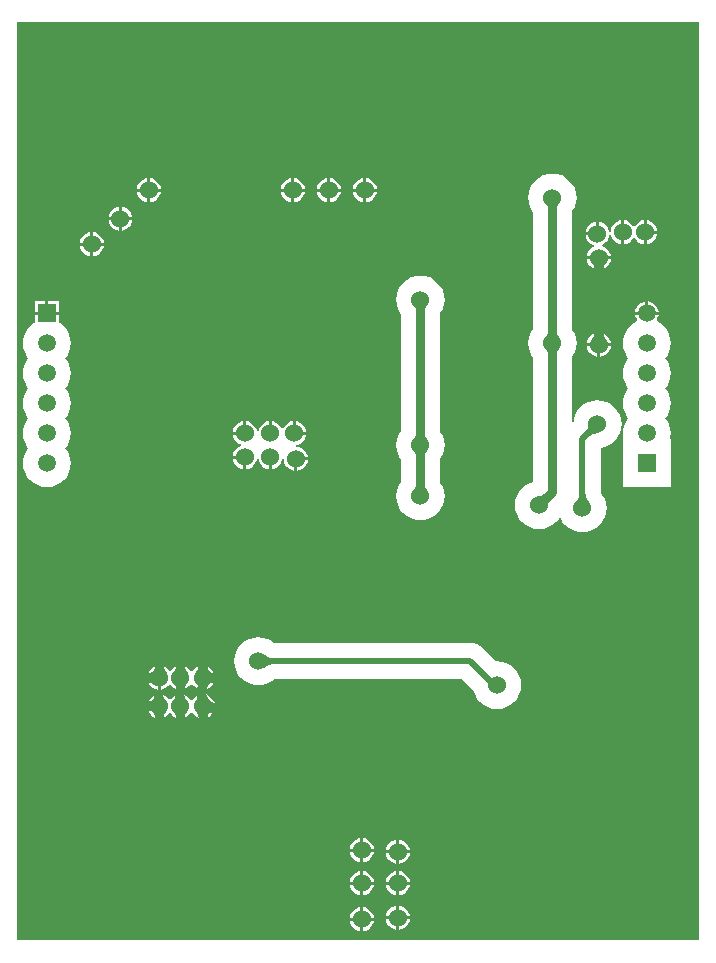
<source format=gbl>
%FSLAX25Y25*%
%MOIN*%
G70*
G01*
G75*
G04 Layer_Physical_Order=2*
G04 Layer_Color=16711680*
%ADD10C,0.03000*%
%ADD11C,0.02000*%
%ADD12C,0.01000*%
%ADD13C,0.01500*%
%ADD14C,0.01200*%
%ADD15O,0.02756X0.01181*%
%ADD16R,0.02756X0.01181*%
%ADD17O,0.04724X0.01221*%
%ADD18R,0.04724X0.01221*%
%ADD19R,0.06693X0.13000*%
G04:AMPARAMS|DCode=20|XSize=66.93mil|YSize=130mil|CornerRadius=0mil|HoleSize=0mil|Usage=FLASHONLY|Rotation=180.000|XOffset=0mil|YOffset=0mil|HoleType=Round|Shape=Octagon|*
%AMOCTAGOND20*
4,1,8,0.01673,-0.06500,-0.01673,-0.06500,-0.03347,-0.04827,-0.03347,0.04827,-0.01673,0.06500,0.01673,0.06500,0.03347,0.04827,0.03347,-0.04827,0.01673,-0.06500,0.0*
%
%ADD20OCTAGOND20*%

G04:AMPARAMS|DCode=21|XSize=78.74mil|YSize=98.43mil|CornerRadius=0mil|HoleSize=0mil|Usage=FLASHONLY|Rotation=180.000|XOffset=0mil|YOffset=0mil|HoleType=Round|Shape=Octagon|*
%AMOCTAGOND21*
4,1,8,0.01969,-0.04921,-0.01969,-0.04921,-0.03937,-0.02953,-0.03937,0.02953,-0.01969,0.04921,0.01969,0.04921,0.03937,0.02953,0.03937,-0.02953,0.01969,-0.04921,0.0*
%
%ADD21OCTAGOND21*%

%ADD22R,0.07874X0.09843*%
%ADD23R,0.04331X0.05512*%
%ADD24R,0.10906X0.16732*%
%ADD25R,0.05906X0.05512*%
%ADD26R,0.06000X0.06000*%
%ADD27R,0.05500X0.03000*%
%ADD28O,0.05500X0.03000*%
%ADD29R,0.05512X0.05906*%
%ADD30R,0.04331X0.06693*%
%ADD31R,0.05512X0.02559*%
G04:AMPARAMS|DCode=32|XSize=55.12mil|YSize=25.59mil|CornerRadius=0mil|HoleSize=0mil|Usage=FLASHONLY|Rotation=180.000|XOffset=0mil|YOffset=0mil|HoleType=Round|Shape=Octagon|*
%AMOCTAGOND32*
4,1,8,-0.02756,0.00640,-0.02756,-0.00640,-0.02116,-0.01280,0.02116,-0.01280,0.02756,-0.00640,0.02756,0.00640,0.02116,0.01280,-0.02116,0.01280,-0.02756,0.00640,0.0*
%
%ADD32OCTAGOND32*%

%ADD33R,0.08661X0.12795*%
%ADD34O,0.08661X0.03937*%
%ADD35R,0.08661X0.03937*%
%ADD36R,0.16732X0.10906*%
%ADD37R,0.04331X0.10236*%
%ADD38R,0.05512X0.04331*%
%ADD39R,0.28740X0.10433*%
%ADD40R,0.06496X0.01969*%
%ADD41O,0.06496X0.01969*%
%ADD42C,0.02500*%
%ADD43C,0.05906*%
%ADD44R,0.05906X0.05906*%
%ADD45C,0.06000*%
G36*
X352452Y64547D02*
X125048D01*
Y370452D01*
X352452D01*
Y64547D01*
D02*
G37*
%LPC*%
G36*
X172000Y146469D02*
X171456Y146397D01*
X170483Y145994D01*
X169647Y145353D01*
X169006Y144517D01*
X168603Y143544D01*
X168531Y143000D01*
X172000D01*
Y146469D01*
D02*
G37*
G36*
X205500Y165539D02*
X203932Y165384D01*
X202424Y164927D01*
X201034Y164184D01*
X199816Y163184D01*
X198816Y161966D01*
X198073Y160576D01*
X197616Y159068D01*
X197461Y157500D01*
X197616Y155932D01*
X198073Y154424D01*
X198816Y153034D01*
X199816Y151816D01*
X201034Y150816D01*
X202424Y150073D01*
X203932Y149616D01*
X205500Y149461D01*
X207068Y149616D01*
X208576Y150073D01*
X209966Y150816D01*
X210764Y151471D01*
X273503D01*
X277148Y147826D01*
X277573Y146424D01*
X278316Y145034D01*
X279316Y143816D01*
X280534Y142816D01*
X281924Y142073D01*
X283432Y141616D01*
X285000Y141461D01*
X286568Y141616D01*
X288076Y142073D01*
X289466Y142816D01*
X290684Y143816D01*
X291684Y145034D01*
X292427Y146424D01*
X292884Y147932D01*
X293039Y149500D01*
X292884Y151068D01*
X292427Y152576D01*
X291684Y153966D01*
X290684Y155184D01*
X289466Y156184D01*
X288076Y156927D01*
X286568Y157384D01*
X285000Y157539D01*
X284534Y157493D01*
X280263Y161763D01*
X279349Y162513D01*
X278307Y163070D01*
X277176Y163413D01*
X276000Y163529D01*
X210764D01*
X209966Y164184D01*
X208576Y164927D01*
X207068Y165384D01*
X205500Y165539D01*
D02*
G37*
G36*
X187500Y146469D02*
Y143000D01*
X190969D01*
X190897Y143544D01*
X190494Y144517D01*
X189853Y145353D01*
X189017Y145994D01*
X188044Y146397D01*
X187500Y146469D01*
D02*
G37*
G36*
X179000D02*
X178456Y146397D01*
X177483Y145994D01*
X176647Y145353D01*
X176250Y144835D01*
X175750D01*
X175353Y145353D01*
X174517Y145994D01*
X173544Y146397D01*
X173000Y146469D01*
Y142500D01*
Y138531D01*
X173544Y138603D01*
X174517Y139006D01*
X175353Y139647D01*
X175750Y140165D01*
X176250D01*
X176647Y139647D01*
X177483Y139006D01*
X178456Y138603D01*
X179000Y138531D01*
Y142500D01*
Y146469D01*
D02*
G37*
G36*
X186500D02*
X185956Y146397D01*
X184983Y145994D01*
X184147Y145353D01*
X183506Y144517D01*
X183500Y144503D01*
X183000D01*
X182994Y144517D01*
X182353Y145353D01*
X181517Y145994D01*
X180544Y146397D01*
X180000Y146469D01*
Y142500D01*
Y138531D01*
X180544Y138603D01*
X181517Y139006D01*
X182353Y139647D01*
X182994Y140483D01*
X183000Y140497D01*
X183500D01*
X183506Y140483D01*
X184147Y139647D01*
X184983Y139006D01*
X185956Y138603D01*
X186500Y138531D01*
Y142500D01*
Y146469D01*
D02*
G37*
G36*
X239500Y98469D02*
X238956Y98397D01*
X237983Y97994D01*
X237147Y97353D01*
X236506Y96517D01*
X236103Y95544D01*
X236031Y95000D01*
X239500D01*
Y98469D01*
D02*
G37*
G36*
X252500Y97969D02*
Y94500D01*
X255969D01*
X255897Y95044D01*
X255494Y96017D01*
X254853Y96853D01*
X254017Y97494D01*
X253044Y97897D01*
X252500Y97969D01*
D02*
G37*
G36*
X240500Y98469D02*
Y95000D01*
X243969D01*
X243897Y95544D01*
X243494Y96517D01*
X242853Y97353D01*
X242017Y97994D01*
X241044Y98397D01*
X240500Y98469D01*
D02*
G37*
G36*
X190969Y142000D02*
X187500D01*
Y138531D01*
X188044Y138603D01*
X189017Y139006D01*
X189853Y139647D01*
X190494Y140483D01*
X190897Y141456D01*
X190969Y142000D01*
D02*
G37*
G36*
X172000D02*
X168531D01*
X168603Y141456D01*
X169006Y140483D01*
X169647Y139647D01*
X170483Y139006D01*
X171456Y138603D01*
X172000Y138531D01*
Y142000D01*
D02*
G37*
G36*
Y151500D02*
X168531D01*
X168603Y150956D01*
X169006Y149983D01*
X169647Y149147D01*
X170483Y148506D01*
X171456Y148103D01*
X172000Y148031D01*
Y151500D01*
D02*
G37*
G36*
X259500Y286039D02*
X257932Y285884D01*
X256424Y285427D01*
X255034Y284684D01*
X253816Y283684D01*
X252816Y282466D01*
X252073Y281076D01*
X251616Y279568D01*
X251461Y278000D01*
X251616Y276432D01*
X252073Y274924D01*
X252816Y273534D01*
X252969Y273348D01*
Y234152D01*
X252816Y233966D01*
X252073Y232576D01*
X251616Y231068D01*
X251461Y229500D01*
X251616Y227932D01*
X252073Y226424D01*
X252816Y225034D01*
X252969Y224848D01*
Y217152D01*
X252816Y216966D01*
X252073Y215576D01*
X251616Y214068D01*
X251461Y212500D01*
X251616Y210932D01*
X252073Y209424D01*
X252816Y208034D01*
X253816Y206816D01*
X255034Y205816D01*
X256424Y205073D01*
X257932Y204616D01*
X259500Y204461D01*
X261068Y204616D01*
X262576Y205073D01*
X263966Y205816D01*
X265184Y206816D01*
X266184Y208034D01*
X266927Y209424D01*
X267253Y210500D01*
X267384Y210932D01*
X267539Y212500D01*
X267384Y214068D01*
X266927Y215576D01*
X266184Y216966D01*
X266031Y217152D01*
Y224848D01*
X266184Y225034D01*
X266927Y226424D01*
X267384Y227932D01*
X267539Y229500D01*
X267384Y231068D01*
X266927Y232576D01*
X266184Y233966D01*
X266031Y234152D01*
Y273348D01*
X266184Y273534D01*
X266927Y274924D01*
X267384Y276432D01*
X267539Y278000D01*
X267384Y279568D01*
X266927Y281076D01*
X266184Y282466D01*
X265184Y283684D01*
X263966Y284684D01*
X262576Y285427D01*
X261068Y285884D01*
X259500Y286039D01*
D02*
G37*
G36*
X303500Y320039D02*
X301932Y319884D01*
X300424Y319427D01*
X299034Y318684D01*
X297816Y317684D01*
X296816Y316466D01*
X296073Y315076D01*
X295616Y313568D01*
X295461Y312000D01*
X295616Y310432D01*
X296073Y308924D01*
X296816Y307534D01*
X296969Y307348D01*
Y268152D01*
X296816Y267966D01*
X296073Y266576D01*
X295616Y265068D01*
X295461Y263500D01*
X295616Y261932D01*
X296073Y260424D01*
X296816Y259034D01*
X296969Y258848D01*
Y217244D01*
X295924Y216927D01*
X294534Y216184D01*
X293316Y215184D01*
X292316Y213966D01*
X291573Y212576D01*
X291116Y211068D01*
X290961Y209500D01*
X291116Y207932D01*
X291573Y206424D01*
X292316Y205034D01*
X293316Y203816D01*
X294534Y202816D01*
X295924Y202073D01*
X297432Y201616D01*
X299000Y201461D01*
X300568Y201616D01*
X302076Y202073D01*
X303466Y202816D01*
X304684Y203816D01*
X305684Y205034D01*
X305733Y205125D01*
X306233D01*
D01*
D01*
X306816Y204034D01*
X307816Y202816D01*
X309034Y201816D01*
X310424Y201073D01*
X311932Y200616D01*
X313500Y200461D01*
X315068Y200616D01*
X316576Y201073D01*
X317966Y201816D01*
X319184Y202816D01*
X320184Y204034D01*
X320927Y205424D01*
X321384Y206932D01*
X321539Y208500D01*
X321384Y210068D01*
X320927Y211576D01*
X320184Y212966D01*
X319529Y213764D01*
Y228563D01*
X320068Y228616D01*
X321576Y229073D01*
X322966Y229816D01*
X324184Y230816D01*
X325184Y232034D01*
X325927Y233424D01*
X326384Y234932D01*
X326539Y236500D01*
X326384Y238068D01*
X325927Y239576D01*
X325184Y240966D01*
X324184Y242184D01*
X322966Y243184D01*
X321576Y243927D01*
X320068Y244384D01*
X318500Y244539D01*
X316932Y244384D01*
X315424Y243927D01*
X314034Y243184D01*
X312816Y242184D01*
X311816Y240966D01*
X311073Y239576D01*
X310616Y238068D01*
X310531Y237206D01*
X310031Y237231D01*
Y258848D01*
X310184Y259034D01*
X310927Y260424D01*
X311384Y261932D01*
X311539Y263500D01*
X311384Y265068D01*
X310927Y266576D01*
X310184Y267966D01*
X310031Y268152D01*
Y307348D01*
X310184Y307534D01*
X310927Y308924D01*
X311384Y310432D01*
X311539Y312000D01*
X311384Y313568D01*
X310927Y315076D01*
X310184Y316466D01*
X309184Y317684D01*
X307966Y318684D01*
X306576Y319427D01*
X305068Y319884D01*
X303500Y320039D01*
D02*
G37*
G36*
X138953Y273000D02*
X131047D01*
Y270405D01*
X130560Y270145D01*
X129349Y269151D01*
X128356Y267940D01*
X127617Y266558D01*
X127162Y265059D01*
X127009Y263500D01*
X127162Y261941D01*
X127617Y260442D01*
X128356Y259060D01*
X128815Y258500D01*
X128356Y257940D01*
X127617Y256558D01*
X127162Y255059D01*
X127009Y253500D01*
X127162Y251941D01*
X127617Y250442D01*
X128356Y249060D01*
X128815Y248500D01*
X128356Y247940D01*
X127617Y246558D01*
X127162Y245059D01*
X127009Y243500D01*
X127162Y241941D01*
X127617Y240442D01*
X128356Y239060D01*
X128815Y238500D01*
X128356Y237940D01*
X127617Y236558D01*
X127162Y235059D01*
X127009Y233500D01*
X127162Y231941D01*
X127617Y230442D01*
X128356Y229060D01*
X128815Y228500D01*
X128356Y227940D01*
X127617Y226558D01*
X127162Y225059D01*
X127009Y223500D01*
X127162Y221941D01*
X127617Y220442D01*
X128356Y219060D01*
X129349Y217849D01*
X130560Y216856D01*
X131942Y216117D01*
X133441Y215662D01*
X135000Y215509D01*
X136559Y215662D01*
X138058Y216117D01*
X139440Y216856D01*
X140651Y217849D01*
X141645Y219060D01*
X142383Y220442D01*
X142838Y221941D01*
X142991Y223500D01*
X142838Y225059D01*
X142383Y226558D01*
X141645Y227940D01*
X141185Y228500D01*
X141645Y229060D01*
X142383Y230442D01*
X142838Y231941D01*
X142991Y233500D01*
X142838Y235059D01*
X142383Y236558D01*
X141645Y237940D01*
X141185Y238500D01*
X141645Y239060D01*
X142383Y240442D01*
X142838Y241941D01*
X142991Y243500D01*
X142838Y245059D01*
X142383Y246558D01*
X141645Y247940D01*
X141185Y248500D01*
X141645Y249060D01*
X142383Y250442D01*
X142838Y251941D01*
X142991Y253500D01*
X142838Y255059D01*
X142383Y256558D01*
X141645Y257940D01*
X141185Y258500D01*
X141645Y259060D01*
X142383Y260442D01*
X142838Y261941D01*
X142991Y263500D01*
X142838Y265059D01*
X142383Y266558D01*
X141645Y267940D01*
X140651Y269151D01*
X139440Y270145D01*
X138953Y270405D01*
Y273000D01*
D02*
G37*
G36*
X221969Y224500D02*
X218500D01*
Y221031D01*
X219044Y221103D01*
X220017Y221506D01*
X220853Y222147D01*
X221494Y222983D01*
X221897Y223956D01*
X221969Y224500D01*
D02*
G37*
G36*
X338921Y273000D02*
X331079D01*
X331149Y272468D01*
X331547Y271507D01*
X331766Y271221D01*
X331661Y270733D01*
X330560Y270145D01*
X329349Y269151D01*
X328356Y267940D01*
X327617Y266558D01*
X327162Y265059D01*
X327009Y263500D01*
X327162Y261941D01*
X327617Y260442D01*
X328356Y259060D01*
X328815Y258500D01*
X328356Y257940D01*
X327617Y256558D01*
X327162Y255059D01*
X327009Y253500D01*
X327162Y251941D01*
X327617Y250442D01*
X328356Y249060D01*
X328815Y248500D01*
X328356Y247940D01*
X327617Y246558D01*
X327162Y245059D01*
X327009Y243500D01*
X327162Y241941D01*
X327617Y240442D01*
X328356Y239060D01*
X328815Y238500D01*
X328356Y237940D01*
X327617Y236558D01*
X327162Y235059D01*
X327009Y233500D01*
X327162Y231941D01*
X327234Y231705D01*
X327047Y231453D01*
X327047D01*
Y215547D01*
X342953D01*
Y231453D01*
X342953D01*
X342766Y231705D01*
X342838Y231941D01*
X342991Y233500D01*
X342838Y235059D01*
X342383Y236558D01*
X341645Y237940D01*
X341185Y238500D01*
X341645Y239060D01*
X342383Y240442D01*
X342838Y241941D01*
X342991Y243500D01*
X342838Y245059D01*
X342383Y246558D01*
X341645Y247940D01*
X341185Y248500D01*
X341645Y249060D01*
X342383Y250442D01*
X342838Y251941D01*
X342991Y253500D01*
X342838Y255059D01*
X342383Y256558D01*
X341645Y257940D01*
X341185Y258500D01*
X341645Y259060D01*
X342383Y260442D01*
X342838Y261941D01*
X342991Y263500D01*
X342838Y265059D01*
X342383Y266558D01*
X341645Y267940D01*
X340651Y269151D01*
X339440Y270145D01*
X338339Y270733D01*
X338234Y271221D01*
X338453Y271507D01*
X338851Y272468D01*
X338921Y273000D01*
D02*
G37*
G36*
X172000Y155969D02*
X171456Y155897D01*
X170483Y155494D01*
X169647Y154853D01*
X169006Y154017D01*
X168603Y153044D01*
X168531Y152500D01*
X172000D01*
Y155969D01*
D02*
G37*
G36*
X190969Y151500D02*
X187500D01*
Y148031D01*
X188044Y148103D01*
X189017Y148506D01*
X189853Y149147D01*
X190494Y149983D01*
X190897Y150956D01*
X190969Y151500D01*
D02*
G37*
G36*
X187500Y155969D02*
Y152500D01*
X190969D01*
X190897Y153044D01*
X190494Y154017D01*
X189853Y154853D01*
X189017Y155494D01*
X188044Y155897D01*
X187500Y155969D01*
D02*
G37*
G36*
X179000D02*
X178456Y155897D01*
X177483Y155494D01*
X176647Y154853D01*
X176250Y154335D01*
X175750D01*
X175353Y154853D01*
X174517Y155494D01*
X173544Y155897D01*
X173000Y155969D01*
Y152000D01*
Y148031D01*
X173544Y148103D01*
X174517Y148506D01*
X175353Y149147D01*
X175750Y149665D01*
X176250D01*
X176647Y149147D01*
X177483Y148506D01*
X178456Y148103D01*
X179000Y148031D01*
Y152000D01*
Y155969D01*
D02*
G37*
G36*
X186500D02*
X185956Y155897D01*
X184983Y155494D01*
X184147Y154853D01*
X183506Y154017D01*
X183500Y154003D01*
X183000D01*
X182994Y154017D01*
X182353Y154853D01*
X181517Y155494D01*
X180544Y155897D01*
X180000Y155969D01*
Y152000D01*
Y148031D01*
X180544Y148103D01*
X181517Y148506D01*
X182353Y149147D01*
X182994Y149983D01*
X183000Y149997D01*
X183500D01*
X183506Y149983D01*
X184147Y149147D01*
X184983Y148506D01*
X185956Y148103D01*
X186500Y148031D01*
Y152000D01*
Y155969D01*
D02*
G37*
G36*
X251500Y75969D02*
X250956Y75897D01*
X249983Y75494D01*
X249147Y74853D01*
X248506Y74017D01*
X248103Y73044D01*
X248031Y72500D01*
X251500D01*
Y75969D01*
D02*
G37*
G36*
X240500Y75469D02*
Y72000D01*
X243969D01*
X243897Y72544D01*
X243494Y73517D01*
X242853Y74353D01*
X242017Y74994D01*
X241044Y75397D01*
X240500Y75469D01*
D02*
G37*
G36*
X252500Y75969D02*
Y72500D01*
X255969D01*
X255897Y73044D01*
X255494Y74017D01*
X254853Y74853D01*
X254017Y75494D01*
X253044Y75897D01*
X252500Y75969D01*
D02*
G37*
G36*
X243969Y83000D02*
X240500D01*
Y79531D01*
X241044Y79603D01*
X242017Y80006D01*
X242853Y80647D01*
X243494Y81483D01*
X243897Y82456D01*
X243969Y83000D01*
D02*
G37*
G36*
X239500D02*
X236031D01*
X236103Y82456D01*
X236506Y81483D01*
X237147Y80647D01*
X237983Y80006D01*
X238956Y79603D01*
X239500Y79531D01*
Y83000D01*
D02*
G37*
G36*
X243969Y71000D02*
X240500D01*
Y67531D01*
X241044Y67603D01*
X242017Y68006D01*
X242853Y68647D01*
X243494Y69483D01*
X243897Y70456D01*
X243969Y71000D01*
D02*
G37*
G36*
X239500D02*
X236031D01*
X236103Y70456D01*
X236506Y69483D01*
X237147Y68647D01*
X237983Y68006D01*
X238956Y67603D01*
X239500Y67531D01*
Y71000D01*
D02*
G37*
G36*
X251500Y71500D02*
X248031D01*
X248103Y70956D01*
X248506Y69983D01*
X249147Y69147D01*
X249983Y68506D01*
X250956Y68103D01*
X251500Y68031D01*
Y71500D01*
D02*
G37*
G36*
X239500Y75469D02*
X238956Y75397D01*
X237983Y74994D01*
X237147Y74353D01*
X236506Y73517D01*
X236103Y72544D01*
X236031Y72000D01*
X239500D01*
Y75469D01*
D02*
G37*
G36*
X255969Y71500D02*
X252500D01*
Y68031D01*
X253044Y68103D01*
X254017Y68506D01*
X254853Y69147D01*
X255494Y69983D01*
X255897Y70956D01*
X255969Y71500D01*
D02*
G37*
G36*
X251500Y83000D02*
X248031D01*
X248103Y82456D01*
X248506Y81483D01*
X249147Y80647D01*
X249983Y80006D01*
X250956Y79603D01*
X251500Y79531D01*
Y83000D01*
D02*
G37*
G36*
X255969Y93500D02*
X252500D01*
Y90031D01*
X253044Y90103D01*
X254017Y90506D01*
X254853Y91147D01*
X255494Y91983D01*
X255897Y92956D01*
X255969Y93500D01*
D02*
G37*
G36*
X251500D02*
X248031D01*
X248103Y92956D01*
X248506Y91983D01*
X249147Y91147D01*
X249983Y90506D01*
X250956Y90103D01*
X251500Y90031D01*
Y93500D01*
D02*
G37*
G36*
X239500Y94000D02*
X236031D01*
X236103Y93456D01*
X236506Y92483D01*
X237147Y91647D01*
X237983Y91006D01*
X238956Y90603D01*
X239500Y90531D01*
Y94000D01*
D02*
G37*
G36*
X251500Y97969D02*
X250956Y97897D01*
X249983Y97494D01*
X249147Y96853D01*
X248506Y96017D01*
X248103Y95044D01*
X248031Y94500D01*
X251500D01*
Y97969D01*
D02*
G37*
G36*
X243969Y94000D02*
X240500D01*
Y90531D01*
X241044Y90603D01*
X242017Y91006D01*
X242853Y91647D01*
X243494Y92483D01*
X243897Y93456D01*
X243969Y94000D01*
D02*
G37*
G36*
X239500Y87469D02*
X238956Y87397D01*
X237983Y86994D01*
X237147Y86353D01*
X236506Y85517D01*
X236103Y84544D01*
X236031Y84000D01*
X239500D01*
Y87469D01*
D02*
G37*
G36*
X255969Y83000D02*
X252500D01*
Y79531D01*
X253044Y79603D01*
X254017Y80006D01*
X254853Y80647D01*
X255494Y81483D01*
X255897Y82456D01*
X255969Y83000D01*
D02*
G37*
G36*
X240500Y87469D02*
Y84000D01*
X243969D01*
X243897Y84544D01*
X243494Y85517D01*
X242853Y86353D01*
X242017Y86994D01*
X241044Y87397D01*
X240500Y87469D01*
D02*
G37*
G36*
X252500D02*
Y84000D01*
X255969D01*
X255897Y84544D01*
X255494Y85517D01*
X254853Y86353D01*
X254017Y86994D01*
X253044Y87397D01*
X252500Y87469D01*
D02*
G37*
G36*
X251500D02*
X250956Y87397D01*
X249983Y86994D01*
X249147Y86353D01*
X248506Y85517D01*
X248103Y84544D01*
X248031Y84000D01*
X251500D01*
Y87469D01*
D02*
G37*
G36*
X172969Y314000D02*
X169500D01*
Y310531D01*
X170044Y310603D01*
X171017Y311006D01*
X171853Y311647D01*
X172494Y312483D01*
X172897Y313456D01*
X172969Y314000D01*
D02*
G37*
G36*
X168500D02*
X165031D01*
X165103Y313456D01*
X165506Y312483D01*
X166147Y311647D01*
X166983Y311006D01*
X167956Y310603D01*
X168500Y310531D01*
Y314000D01*
D02*
G37*
G36*
X216500D02*
X213031D01*
X213103Y313456D01*
X213506Y312483D01*
X214147Y311647D01*
X214983Y311006D01*
X215956Y310603D01*
X216500Y310531D01*
Y314000D01*
D02*
G37*
G36*
X228500D02*
X225031D01*
X225103Y313456D01*
X225506Y312483D01*
X226147Y311647D01*
X226983Y311006D01*
X227956Y310603D01*
X228500Y310531D01*
Y314000D01*
D02*
G37*
G36*
X220969D02*
X217500D01*
Y310531D01*
X218044Y310603D01*
X219017Y311006D01*
X219853Y311647D01*
X220494Y312483D01*
X220897Y313456D01*
X220969Y314000D01*
D02*
G37*
G36*
X163469Y304500D02*
X160000D01*
Y301031D01*
X160544Y301103D01*
X161517Y301506D01*
X162353Y302147D01*
X162994Y302983D01*
X163397Y303956D01*
X163469Y304500D01*
D02*
G37*
G36*
X159000D02*
X155531D01*
X155603Y303956D01*
X156006Y302983D01*
X156647Y302147D01*
X157483Y301506D01*
X158456Y301103D01*
X159000Y301031D01*
Y304500D01*
D02*
G37*
G36*
X334000Y304469D02*
X333456Y304397D01*
X332483Y303994D01*
X331647Y303353D01*
X331006Y302517D01*
X331000Y302503D01*
X330500D01*
X330494Y302517D01*
X329853Y303353D01*
X329017Y303994D01*
X328044Y304397D01*
X327500Y304469D01*
Y300500D01*
Y296531D01*
X328044Y296603D01*
X329017Y297006D01*
X329853Y297647D01*
X330494Y298483D01*
X330500Y298497D01*
X331000D01*
X331006Y298483D01*
X331647Y297647D01*
X332483Y297006D01*
X333456Y296603D01*
X334000Y296531D01*
Y300500D01*
Y304469D01*
D02*
G37*
G36*
X160000Y308969D02*
Y305500D01*
X163469D01*
X163397Y306044D01*
X162994Y307017D01*
X162353Y307853D01*
X161517Y308494D01*
X160544Y308897D01*
X160000Y308969D01*
D02*
G37*
G36*
X159000D02*
X158456Y308897D01*
X157483Y308494D01*
X156647Y307853D01*
X156006Y307017D01*
X155603Y306044D01*
X155531Y305500D01*
X159000D01*
Y308969D01*
D02*
G37*
G36*
X232969Y314000D02*
X229500D01*
Y310531D01*
X230044Y310603D01*
X231017Y311006D01*
X231853Y311647D01*
X232494Y312483D01*
X232897Y313456D01*
X232969Y314000D01*
D02*
G37*
G36*
X228500Y318469D02*
X227956Y318397D01*
X226983Y317994D01*
X226147Y317353D01*
X225506Y316517D01*
X225103Y315544D01*
X225031Y315000D01*
X228500D01*
Y318469D01*
D02*
G37*
G36*
X217500D02*
Y315000D01*
X220969D01*
X220897Y315544D01*
X220494Y316517D01*
X219853Y317353D01*
X219017Y317994D01*
X218044Y318397D01*
X217500Y318469D01*
D02*
G37*
G36*
X229500D02*
Y315000D01*
X232969D01*
X232897Y315544D01*
X232494Y316517D01*
X231853Y317353D01*
X231017Y317994D01*
X230044Y318397D01*
X229500Y318469D01*
D02*
G37*
G36*
X241500D02*
Y315000D01*
X244969D01*
X244897Y315544D01*
X244494Y316517D01*
X243853Y317353D01*
X243017Y317994D01*
X242044Y318397D01*
X241500Y318469D01*
D02*
G37*
G36*
X240500D02*
X239956Y318397D01*
X238983Y317994D01*
X238147Y317353D01*
X237506Y316517D01*
X237103Y315544D01*
X237031Y315000D01*
X240500D01*
Y318469D01*
D02*
G37*
G36*
X244969Y314000D02*
X241500D01*
Y310531D01*
X242044Y310603D01*
X243017Y311006D01*
X243853Y311647D01*
X244494Y312483D01*
X244897Y313456D01*
X244969Y314000D01*
D02*
G37*
G36*
X240500D02*
X237031D01*
X237103Y313456D01*
X237506Y312483D01*
X238147Y311647D01*
X238983Y311006D01*
X239956Y310603D01*
X240500Y310531D01*
Y314000D01*
D02*
G37*
G36*
X168500Y318469D02*
X167956Y318397D01*
X166983Y317994D01*
X166147Y317353D01*
X165506Y316517D01*
X165103Y315544D01*
X165031Y315000D01*
X168500D01*
Y318469D01*
D02*
G37*
G36*
X216500D02*
X215956Y318397D01*
X214983Y317994D01*
X214147Y317353D01*
X213506Y316517D01*
X213103Y315544D01*
X213031Y315000D01*
X216500D01*
Y318469D01*
D02*
G37*
G36*
X169500D02*
Y315000D01*
X172969D01*
X172897Y315544D01*
X172494Y316517D01*
X171853Y317353D01*
X171017Y317994D01*
X170044Y318397D01*
X169500Y318469D01*
D02*
G37*
G36*
X335000Y304469D02*
Y301000D01*
X338469D01*
X338397Y301544D01*
X337994Y302517D01*
X337353Y303353D01*
X336517Y303994D01*
X335544Y304397D01*
X335000Y304469D01*
D02*
G37*
G36*
X318500Y266969D02*
X317956Y266897D01*
X316983Y266494D01*
X316147Y265853D01*
X315506Y265017D01*
X315103Y264044D01*
X315031Y263500D01*
X318500D01*
Y266969D01*
D02*
G37*
G36*
X322969Y262500D02*
X319500D01*
Y259031D01*
X320044Y259103D01*
X321017Y259506D01*
X321853Y260147D01*
X322494Y260983D01*
X322897Y261956D01*
X322969Y262500D01*
D02*
G37*
G36*
X319500Y266969D02*
Y263500D01*
X322969D01*
X322897Y264044D01*
X322494Y265017D01*
X321853Y265853D01*
X321017Y266494D01*
X320044Y266897D01*
X319500Y266969D01*
D02*
G37*
G36*
X138953Y277453D02*
X135500D01*
Y274000D01*
X138953D01*
Y277453D01*
D02*
G37*
G36*
X134500D02*
X131047D01*
Y274000D01*
X134500D01*
Y277453D01*
D02*
G37*
G36*
X200500Y237469D02*
X199956Y237397D01*
X198983Y236994D01*
X198147Y236353D01*
X197506Y235517D01*
X197103Y234544D01*
X197031Y234000D01*
X200500D01*
Y237469D01*
D02*
G37*
G36*
Y225000D02*
X197031D01*
X197103Y224456D01*
X197506Y223483D01*
X198147Y222647D01*
X198983Y222006D01*
X199956Y221603D01*
X200500Y221531D01*
Y225000D01*
D02*
G37*
G36*
X218000Y237469D02*
Y234000D01*
X221469D01*
X221397Y234544D01*
X220994Y235517D01*
X220353Y236353D01*
X219517Y236994D01*
X218544Y237397D01*
X218000Y237469D01*
D02*
G37*
G36*
X318500Y262500D02*
X315031D01*
X315103Y261956D01*
X315506Y260983D01*
X316147Y260147D01*
X316983Y259506D01*
X317956Y259103D01*
X318500Y259031D01*
Y262500D01*
D02*
G37*
G36*
X217000Y237469D02*
X216456Y237397D01*
X215483Y236994D01*
X214647Y236353D01*
X214006Y235517D01*
X213750Y234899D01*
X213250D01*
X212994Y235517D01*
X212353Y236353D01*
X211517Y236994D01*
X210544Y237397D01*
X210000Y237469D01*
Y233500D01*
X209000D01*
Y237469D01*
X208456Y237397D01*
X207483Y236994D01*
X206647Y236353D01*
X206006Y235517D01*
X205603Y234544D01*
X205500Y233762D01*
X205000D01*
X204897Y234544D01*
X204494Y235517D01*
X203853Y236353D01*
X203017Y236994D01*
X202044Y237397D01*
X201500Y237469D01*
Y233500D01*
X201000D01*
Y233000D01*
X197031D01*
X197103Y232456D01*
X197506Y231483D01*
X198147Y230647D01*
X198983Y230006D01*
X199601Y229750D01*
Y229250D01*
X198983Y228994D01*
X198147Y228353D01*
X197506Y227517D01*
X197103Y226544D01*
X197031Y226000D01*
X201000D01*
Y225500D01*
X201500D01*
Y221531D01*
X202044Y221603D01*
X203017Y222006D01*
X203853Y222647D01*
X204494Y223483D01*
X204897Y224456D01*
X205000Y225238D01*
X205500D01*
X205603Y224456D01*
X206006Y223483D01*
X206647Y222647D01*
X207483Y222006D01*
X208456Y221603D01*
X209000Y221531D01*
Y225500D01*
X210000D01*
Y221531D01*
X210544Y221603D01*
X211517Y222006D01*
X212353Y222647D01*
X212994Y223483D01*
X213397Y224456D01*
X213467Y224988D01*
X213967D01*
X214103Y223956D01*
X214506Y222983D01*
X215147Y222147D01*
X215983Y221506D01*
X216956Y221103D01*
X217500Y221031D01*
Y225000D01*
X218000D01*
Y225500D01*
X221969D01*
X221897Y226044D01*
X221494Y227017D01*
X220853Y227853D01*
X220017Y228494D01*
X219044Y228897D01*
X218012Y229033D01*
Y229533D01*
X218544Y229603D01*
X219517Y230006D01*
X220353Y230647D01*
X220994Y231483D01*
X221397Y232456D01*
X221469Y233000D01*
X217500D01*
Y233500D01*
X217000D01*
Y237469D01*
D02*
G37*
G36*
X334500Y277421D02*
X333968Y277351D01*
X333007Y276953D01*
X332181Y276319D01*
X331547Y275493D01*
X331149Y274532D01*
X331079Y274000D01*
X334500D01*
Y277421D01*
D02*
G37*
G36*
X149500Y300469D02*
X148956Y300397D01*
X147983Y299994D01*
X147147Y299353D01*
X146506Y298517D01*
X146103Y297544D01*
X146031Y297000D01*
X149500D01*
Y300469D01*
D02*
G37*
G36*
X338469Y300000D02*
X335000D01*
Y296531D01*
X335544Y296603D01*
X336517Y297006D01*
X337353Y297647D01*
X337994Y298483D01*
X338397Y299456D01*
X338469Y300000D01*
D02*
G37*
G36*
X150500Y300469D02*
Y297000D01*
X153969D01*
X153897Y297544D01*
X153494Y298517D01*
X152853Y299353D01*
X152017Y299994D01*
X151044Y300397D01*
X150500Y300469D01*
D02*
G37*
G36*
X326500Y304469D02*
X325956Y304397D01*
X324983Y303994D01*
X324147Y303353D01*
X323506Y302517D01*
X323103Y301544D01*
X322967Y300512D01*
X322467D01*
X322397Y301044D01*
X321994Y302017D01*
X321353Y302853D01*
X320517Y303494D01*
X319544Y303897D01*
X319000Y303969D01*
Y300000D01*
X318500D01*
Y299500D01*
X314531D01*
X314603Y298956D01*
X315006Y297983D01*
X315647Y297147D01*
X316483Y296506D01*
X317351Y296146D01*
Y295646D01*
X316983Y295494D01*
X316147Y294853D01*
X315506Y294017D01*
X315103Y293044D01*
X315031Y292500D01*
X322969D01*
X322897Y293044D01*
X322494Y294017D01*
X321853Y294853D01*
X321017Y295494D01*
X320149Y295853D01*
Y296354D01*
X320517Y296506D01*
X321353Y297147D01*
X321994Y297983D01*
X322397Y298956D01*
X322533Y299988D01*
X323033D01*
X323103Y299456D01*
X323506Y298483D01*
X324147Y297647D01*
X324983Y297006D01*
X325956Y296603D01*
X326500Y296531D01*
Y300500D01*
Y304469D01*
D02*
G37*
G36*
X318000Y303969D02*
X317456Y303897D01*
X316483Y303494D01*
X315647Y302853D01*
X315006Y302017D01*
X314603Y301044D01*
X314531Y300500D01*
X318000D01*
Y303969D01*
D02*
G37*
G36*
X318500Y291500D02*
X315031D01*
X315103Y290956D01*
X315506Y289983D01*
X316147Y289147D01*
X316983Y288506D01*
X317956Y288103D01*
X318500Y288031D01*
Y291500D01*
D02*
G37*
G36*
X335500Y277421D02*
Y274000D01*
X338921D01*
X338851Y274532D01*
X338453Y275493D01*
X337819Y276319D01*
X336993Y276953D01*
X336032Y277351D01*
X335500Y277421D01*
D02*
G37*
G36*
X322969Y291500D02*
X319500D01*
Y288031D01*
X320044Y288103D01*
X321017Y288506D01*
X321853Y289147D01*
X322494Y289983D01*
X322897Y290956D01*
X322969Y291500D01*
D02*
G37*
G36*
X153969Y296000D02*
X150500D01*
Y292531D01*
X151044Y292603D01*
X152017Y293006D01*
X152853Y293647D01*
X153494Y294483D01*
X153897Y295456D01*
X153969Y296000D01*
D02*
G37*
G36*
X149500D02*
X146031D01*
X146103Y295456D01*
X146506Y294483D01*
X147147Y293647D01*
X147983Y293006D01*
X148956Y292603D01*
X149500Y292531D01*
Y296000D01*
D02*
G37*
%LPD*%
D10*
X260561Y276939D02*
G03*
X259500Y274379I2561J-2561D01*
G01*
D02*
G03*
X258439Y276939I-3621J0D01*
G01*
X299000Y211000D02*
G03*
X301561Y212061I0J3621D01*
G01*
D02*
G03*
X300500Y209500I2561J-2561D01*
G01*
X302439Y264561D02*
G03*
X303500Y267121I-2561J2561D01*
G01*
D02*
G03*
X304561Y264561I3621J0D01*
G01*
Y262439D02*
G03*
X303500Y259879I2561J-2561D01*
G01*
D02*
G03*
X302439Y262439I-3621J0D01*
G01*
X304561Y310939D02*
G03*
X303500Y308379I2561J-2561D01*
G01*
D02*
G03*
X302439Y310939I-3621J0D01*
G01*
X258439Y213561D02*
G03*
X259500Y216121I-2561J2561D01*
G01*
D02*
G03*
X260561Y213561I3621J0D01*
G01*
X258439Y230561D02*
G03*
X259500Y233121I-2561J2561D01*
G01*
D02*
G03*
X260561Y230561I3621J0D01*
G01*
Y228439D02*
G03*
X259500Y225879I2561J-2561D01*
G01*
D02*
G03*
X258439Y228439I-3621J0D01*
G01*
X317939Y264061D02*
G03*
X319000Y266621I-2561J2561D01*
G01*
D02*
G03*
X320061Y264061I3621J0D01*
G01*
Y290939D02*
G03*
X319000Y288379I2561J-2561D01*
G01*
D02*
G03*
X317939Y290939I-3621J0D01*
G01*
X188113Y143505D02*
G03*
X191500Y142000I3386J3057D01*
G01*
X186500Y147328D02*
G03*
X188061Y143561I5328J0D01*
G01*
Y141439D02*
G03*
X187000Y138879I2561J-2561D01*
G01*
D02*
G03*
X185939Y141439I-3621J0D01*
G01*
X180561D02*
G03*
X179500Y138879I2561J-2561D01*
G01*
D02*
G03*
X178439Y141439I-3621J0D01*
G01*
X179000Y146000D02*
G03*
X180262Y143792I2562J0D01*
G01*
X179000Y146468D02*
G03*
X180392Y143706I3437J0D01*
G01*
X171407Y141473D02*
G03*
X169032Y142500I-2376J-2233D01*
G01*
D02*
G03*
X171407Y143527I0J3260D01*
G01*
X172000Y146468D02*
G03*
X173392Y143706I3437J0D01*
G01*
X173561Y141439D02*
G03*
X172500Y138879I2561J-2561D01*
G01*
D02*
G03*
X171439Y141439I-3621J0D01*
G01*
Y150939D02*
G03*
X168879Y152000I-2561J-2561D01*
G01*
D02*
G03*
X171439Y153061I0J3621D01*
G01*
D02*
G03*
X172500Y155621I-2561J2561D01*
G01*
D02*
G03*
X173561Y153061I3621J0D01*
G01*
X178439D02*
G03*
X179500Y155621I-2561J2561D01*
G01*
D02*
G03*
X180561Y153061I3621J0D01*
G01*
X180527Y150907D02*
G03*
X179500Y148531I2233J-2376D01*
G01*
D02*
G03*
X178473Y150907I-3260J0D01*
G01*
X188061Y153061D02*
G03*
X190621Y152000I2561J2561D01*
G01*
D02*
G03*
X188061Y150939I0J-3621D01*
G01*
X185939Y153061D02*
G03*
X187000Y155621I-2561J2561D01*
G01*
D02*
G03*
X188061Y153061I3621J0D01*
G01*
Y150939D02*
G03*
X186500Y147172I3768J-3768D01*
G01*
X187900Y150800D02*
G03*
X186500Y148000I2100J-2800D01*
G01*
X187000Y152000D02*
Y159000D01*
Y152000D02*
X194000D01*
X179500D02*
Y158500D01*
Y148531D02*
Y152000D01*
X172000Y158000D02*
X172500D01*
Y152000D02*
Y158000D01*
X168000Y152000D02*
X172500D01*
X167500Y152500D02*
X168000Y152000D01*
X172000Y143000D02*
X172500Y142500D01*
X172000Y143000D02*
Y146469D01*
X172500Y137000D02*
Y142500D01*
X169031D02*
X172500D01*
X168531Y143000D02*
X169031Y142500D01*
X179500D02*
Y145500D01*
X179000Y146000D02*
X179500Y145500D01*
X179000Y146000D02*
Y146469D01*
X179500Y135500D02*
Y142500D01*
X186500Y143000D02*
X187000Y142500D01*
X186500Y143000D02*
Y148031D01*
Y136500D02*
X187000D01*
Y142500D01*
X187500Y142000D01*
X191500D01*
X319000Y263000D02*
Y292000D01*
X259500Y212500D02*
Y229500D01*
X300500Y211000D02*
X303500Y214000D01*
Y263500D01*
Y312000D01*
X259500Y229500D02*
Y278000D01*
Y278500D01*
D11*
X312086Y209914D02*
G03*
X313500Y213328I-3414J3414D01*
G01*
D02*
G03*
X314914Y209914I4828J0D01*
G01*
X318500Y234500D02*
G03*
X315086Y233086I0J-4828D01*
G01*
X315086Y233086D02*
G03*
X316500Y236500I-3414J3414D01*
G01*
X206914Y158914D02*
G03*
X210328Y157500I3414J3414D01*
G01*
D02*
G03*
X206914Y156086I0J-4828D01*
G01*
X205500Y157500D02*
X276000D01*
X283000Y150500D01*
X299000Y211000D02*
X300500D01*
X313500Y231500D02*
X318500Y236500D01*
X313500Y208500D02*
Y231500D01*
D43*
X335000Y273500D02*
D03*
Y263500D02*
D03*
Y253500D02*
D03*
Y243500D02*
D03*
Y233500D02*
D03*
X135000Y223500D02*
D03*
Y233500D02*
D03*
Y243500D02*
D03*
Y253500D02*
D03*
Y263500D02*
D03*
D44*
X335000Y223500D02*
D03*
X135000Y273500D02*
D03*
D45*
X205500Y157500D02*
D03*
X285000Y149500D02*
D03*
X187000Y152000D02*
D03*
X179500D02*
D03*
X172500D02*
D03*
Y142500D02*
D03*
X179500D02*
D03*
X187000D02*
D03*
X334500Y300500D02*
D03*
X327000D02*
D03*
X318500Y300000D02*
D03*
X319000Y292000D02*
D03*
Y263000D02*
D03*
X201000Y233500D02*
D03*
Y225500D02*
D03*
X209500D02*
D03*
X217500Y233500D02*
D03*
X218000Y225000D02*
D03*
X209500Y233500D02*
D03*
X259500Y229500D02*
D03*
Y212500D02*
D03*
X241000Y314500D02*
D03*
X229000D02*
D03*
X217000D02*
D03*
X240000Y94500D02*
D03*
Y83500D02*
D03*
Y71500D02*
D03*
X252000Y72000D02*
D03*
Y83500D02*
D03*
Y94000D02*
D03*
X150000Y296500D02*
D03*
X159500Y305000D02*
D03*
X169000Y314500D02*
D03*
X303500Y312000D02*
D03*
Y263500D02*
D03*
X299000Y209500D02*
D03*
X318500Y236500D02*
D03*
X313500Y208500D02*
D03*
X259500Y278000D02*
D03*
M02*

</source>
